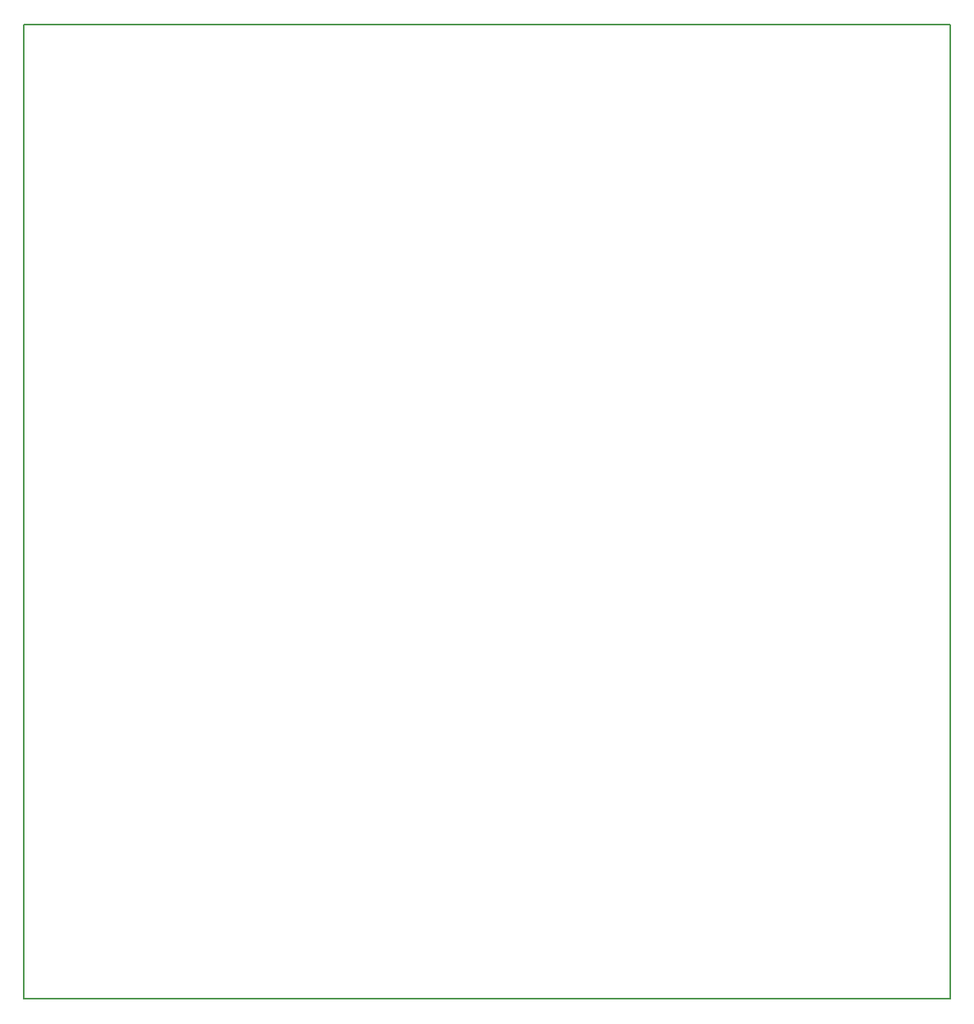
<source format=gbr>
G04 DipTrace 2.4.0.2*
%INTopAssy.gbr*%
%MOIN*%
%ADD11C,0.006*%
%FSLAX44Y44*%
G04*
G70*
G90*
G75*
G01*
%LNTopAssy*%
%LPD*%
X3940Y3940D2*
D11*
X42940D1*
Y44940D1*
X3940D1*
Y3940D1*
M02*

</source>
